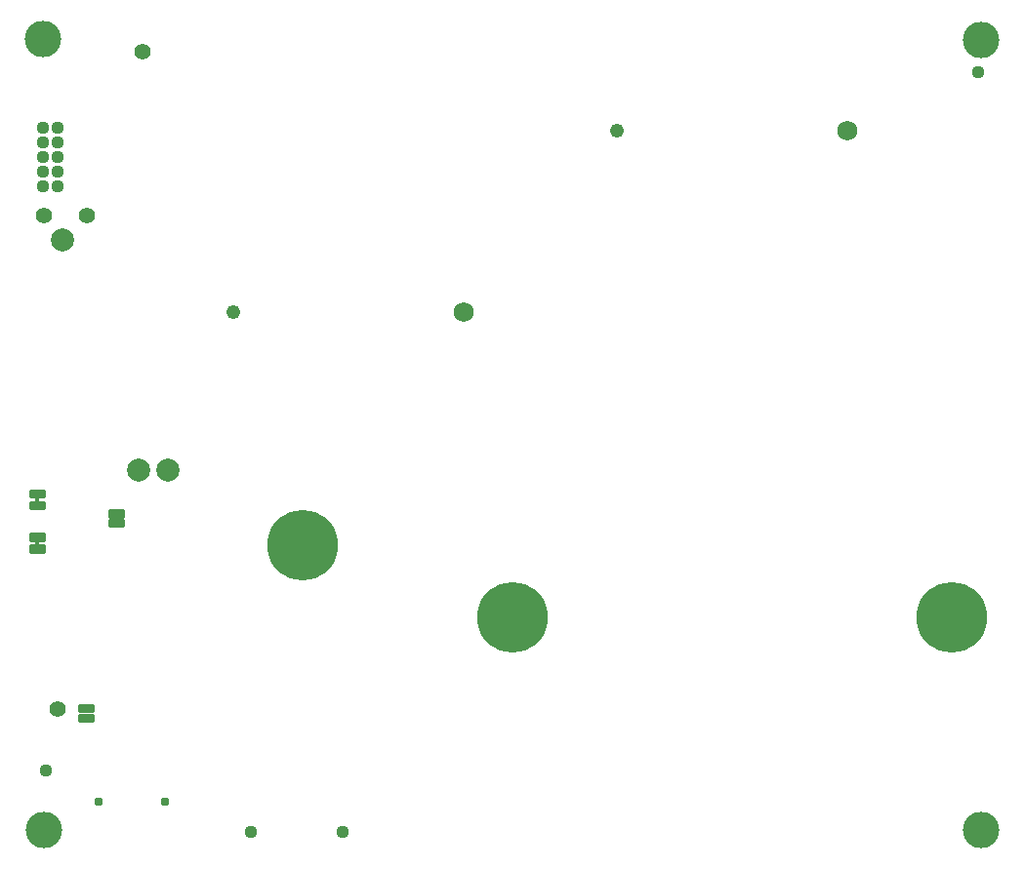
<source format=gbs>
G04 EAGLE Gerber RS-274X export*
G75*
%MOMM*%
%FSLAX34Y34*%
%LPD*%
%INSoldermask Bottom*%
%IPPOS*%
%AMOC8*
5,1,8,0,0,1.08239X$1,22.5*%
G01*
%ADD10C,6.127000*%
%ADD11C,3.175000*%
%ADD12C,1.227000*%
%ADD13C,1.727000*%
%ADD14C,1.127000*%
%ADD15C,2.006600*%
%ADD16C,0.777000*%
%ADD17C,0.228600*%
%ADD18C,0.228344*%
%ADD19C,1.397000*%

G36*
X20639Y309892D02*
X20639Y309892D01*
X20705Y309894D01*
X20748Y309912D01*
X20795Y309920D01*
X20852Y309954D01*
X20912Y309979D01*
X20947Y310010D01*
X20988Y310035D01*
X21030Y310086D01*
X21078Y310130D01*
X21100Y310172D01*
X21129Y310209D01*
X21150Y310271D01*
X21181Y310330D01*
X21189Y310384D01*
X21201Y310421D01*
X21200Y310461D01*
X21208Y310515D01*
X21208Y314325D01*
X21197Y314390D01*
X21195Y314456D01*
X21177Y314499D01*
X21169Y314546D01*
X21135Y314603D01*
X21110Y314663D01*
X21079Y314698D01*
X21054Y314739D01*
X21003Y314781D01*
X20959Y314829D01*
X20917Y314851D01*
X20880Y314880D01*
X20818Y314901D01*
X20759Y314932D01*
X20705Y314940D01*
X20668Y314952D01*
X20628Y314951D01*
X20574Y314959D01*
X18034Y314959D01*
X17969Y314948D01*
X17903Y314946D01*
X17860Y314928D01*
X17813Y314920D01*
X17756Y314886D01*
X17696Y314861D01*
X17661Y314830D01*
X17620Y314805D01*
X17579Y314754D01*
X17530Y314710D01*
X17508Y314668D01*
X17479Y314631D01*
X17458Y314569D01*
X17427Y314510D01*
X17419Y314456D01*
X17407Y314419D01*
X17407Y314415D01*
X17407Y314414D01*
X17408Y314379D01*
X17400Y314325D01*
X17400Y310515D01*
X17411Y310450D01*
X17413Y310384D01*
X17431Y310341D01*
X17439Y310294D01*
X17473Y310237D01*
X17498Y310177D01*
X17529Y310142D01*
X17554Y310101D01*
X17605Y310060D01*
X17649Y310011D01*
X17691Y309989D01*
X17728Y309960D01*
X17790Y309939D01*
X17849Y309908D01*
X17903Y309900D01*
X17940Y309888D01*
X17980Y309889D01*
X18034Y309881D01*
X20574Y309881D01*
X20639Y309892D01*
G37*
G36*
X20639Y272300D02*
X20639Y272300D01*
X20705Y272302D01*
X20748Y272320D01*
X20795Y272328D01*
X20852Y272362D01*
X20912Y272387D01*
X20947Y272418D01*
X20988Y272443D01*
X21030Y272494D01*
X21078Y272538D01*
X21100Y272580D01*
X21129Y272617D01*
X21150Y272679D01*
X21181Y272738D01*
X21189Y272792D01*
X21201Y272829D01*
X21200Y272869D01*
X21208Y272923D01*
X21208Y276733D01*
X21197Y276798D01*
X21195Y276864D01*
X21177Y276907D01*
X21169Y276954D01*
X21135Y277011D01*
X21110Y277071D01*
X21079Y277106D01*
X21054Y277147D01*
X21003Y277189D01*
X20959Y277237D01*
X20917Y277259D01*
X20880Y277288D01*
X20818Y277309D01*
X20759Y277340D01*
X20705Y277348D01*
X20668Y277360D01*
X20628Y277359D01*
X20574Y277367D01*
X18034Y277367D01*
X17969Y277356D01*
X17903Y277354D01*
X17860Y277336D01*
X17813Y277328D01*
X17756Y277294D01*
X17696Y277269D01*
X17661Y277238D01*
X17620Y277213D01*
X17579Y277162D01*
X17530Y277118D01*
X17508Y277076D01*
X17479Y277039D01*
X17458Y276977D01*
X17427Y276918D01*
X17419Y276864D01*
X17407Y276827D01*
X17407Y276823D01*
X17407Y276822D01*
X17408Y276787D01*
X17400Y276733D01*
X17400Y272923D01*
X17411Y272858D01*
X17413Y272792D01*
X17431Y272749D01*
X17439Y272702D01*
X17473Y272645D01*
X17498Y272585D01*
X17529Y272550D01*
X17554Y272509D01*
X17605Y272468D01*
X17649Y272419D01*
X17691Y272397D01*
X17728Y272368D01*
X17790Y272347D01*
X17849Y272316D01*
X17903Y272308D01*
X17940Y272296D01*
X17980Y272297D01*
X18034Y272289D01*
X20574Y272289D01*
X20639Y272300D01*
G37*
D10*
X812800Y210058D03*
X249682Y272542D03*
D11*
X24130Y712470D03*
X838200Y711200D03*
X838200Y25400D03*
X25400Y25400D03*
D12*
X189560Y474980D03*
D13*
X389560Y474980D03*
D14*
X24762Y622358D03*
X24762Y609658D03*
X24762Y596958D03*
X24762Y584258D03*
X24762Y635058D03*
X37462Y622358D03*
X37462Y609658D03*
X37462Y596958D03*
X37462Y584258D03*
X37462Y635058D03*
X835660Y683260D03*
X26670Y77470D03*
D15*
X41148Y537464D03*
D12*
X522300Y632460D03*
D13*
X722300Y632460D03*
D14*
X284500Y24130D03*
X204500Y24130D03*
D10*
X431800Y209804D03*
D16*
X72700Y49558D03*
X130500Y49558D03*
D17*
X67310Y120269D02*
X67310Y125603D01*
X67310Y120269D02*
X55626Y120269D01*
X55626Y125603D01*
X67310Y125603D01*
X67310Y122441D02*
X55626Y122441D01*
X55626Y124613D02*
X67310Y124613D01*
X67310Y128397D02*
X67310Y133731D01*
X67310Y128397D02*
X55626Y128397D01*
X55626Y133731D01*
X67310Y133731D01*
X67310Y130569D02*
X55626Y130569D01*
X55626Y132741D02*
X67310Y132741D01*
D15*
X132842Y337566D03*
X107442Y337566D03*
D17*
X81788Y302895D02*
X81788Y297561D01*
X81788Y302895D02*
X93472Y302895D01*
X93472Y297561D01*
X81788Y297561D01*
X81788Y299733D02*
X93472Y299733D01*
X93472Y301905D02*
X81788Y301905D01*
X81788Y294767D02*
X81788Y289433D01*
X81788Y294767D02*
X93472Y294767D01*
X93472Y289433D01*
X81788Y289433D01*
X81788Y291605D02*
X93472Y291605D01*
X93472Y293777D02*
X81788Y293777D01*
D18*
X13460Y314831D02*
X13460Y320423D01*
X25148Y320423D01*
X25148Y314831D01*
X13460Y314831D01*
X13460Y317000D02*
X25148Y317000D01*
X25148Y319169D02*
X13460Y319169D01*
X13460Y310009D02*
X13460Y304417D01*
X13460Y310009D02*
X25148Y310009D01*
X25148Y304417D01*
X13460Y304417D01*
X13460Y306586D02*
X25148Y306586D01*
X25148Y308755D02*
X13460Y308755D01*
X13460Y282831D02*
X13460Y277239D01*
X13460Y282831D02*
X25148Y282831D01*
X25148Y277239D01*
X13460Y277239D01*
X13460Y279408D02*
X25148Y279408D01*
X25148Y281577D02*
X13460Y281577D01*
X13460Y272417D02*
X13460Y266825D01*
X13460Y272417D02*
X25148Y272417D01*
X25148Y266825D01*
X13460Y266825D01*
X13460Y268994D02*
X25148Y268994D01*
X25148Y271163D02*
X13460Y271163D01*
D19*
X62230Y558800D03*
X110490Y701040D03*
X36830Y130810D03*
X25400Y558800D03*
M02*

</source>
